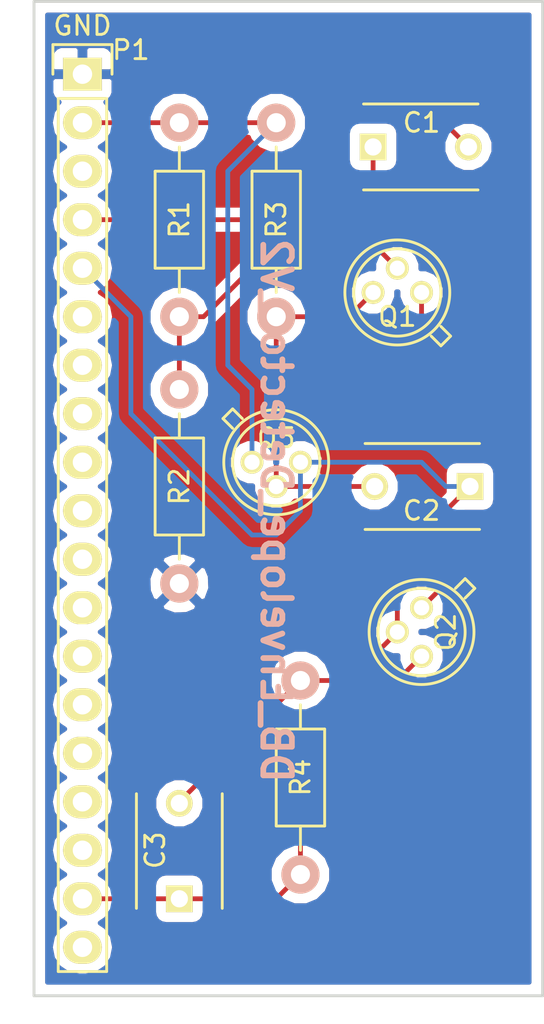
<source format=kicad_pcb>
(kicad_pcb (version 4) (host pcbnew 4.0.4+e1-6308~48~ubuntu16.04.1-stable)

  (general
    (links 20)
    (no_connects 0)
    (area 56.561667 65.964999 85.165001 119.82)
    (thickness 1.6)
    (drawings 5)
    (tracks 44)
    (zones 0)
    (modules 11)
    (nets 9)
  )

  (page A4)
  (layers
    (0 F.Cu signal)
    (31 B.Cu signal)
    (32 B.Adhes user)
    (33 F.Adhes user)
    (34 B.Paste user)
    (35 F.Paste user)
    (36 B.SilkS user)
    (37 F.SilkS user)
    (38 B.Mask user)
    (39 F.Mask user)
    (40 Dwgs.User user)
    (41 Cmts.User user)
    (42 Eco1.User user)
    (43 Eco2.User user)
    (44 Edge.Cuts user)
    (45 Margin user)
    (46 B.CrtYd user)
    (47 F.CrtYd user)
    (48 B.Fab user)
    (49 F.Fab user)
  )

  (setup
    (last_trace_width 0.25)
    (trace_clearance 0.2)
    (zone_clearance 0.508)
    (zone_45_only no)
    (trace_min 0.2)
    (segment_width 0.2)
    (edge_width 0.15)
    (via_size 0.6)
    (via_drill 0.4)
    (via_min_size 0.4)
    (via_min_drill 0.3)
    (uvia_size 0.3)
    (uvia_drill 0.1)
    (uvias_allowed no)
    (uvia_min_size 0.2)
    (uvia_min_drill 0.1)
    (pcb_text_width 0.3)
    (pcb_text_size 1.5 1.5)
    (mod_edge_width 0.15)
    (mod_text_size 1 1)
    (mod_text_width 0.15)
    (pad_size 1.524 1.524)
    (pad_drill 0.762)
    (pad_to_mask_clearance 0.2)
    (aux_axis_origin 0 0)
    (visible_elements 7FFFFFFF)
    (pcbplotparams
      (layerselection 0x010f0_80000001)
      (usegerberextensions true)
      (excludeedgelayer true)
      (linewidth 0.100000)
      (plotframeref false)
      (viasonmask false)
      (mode 1)
      (useauxorigin false)
      (hpglpennumber 1)
      (hpglpenspeed 20)
      (hpglpendiameter 15)
      (hpglpenoverlay 2)
      (psnegative false)
      (psa4output false)
      (plotreference true)
      (plotvalue true)
      (plotinvisibletext false)
      (padsonsilk false)
      (subtractmaskfromsilk false)
      (outputformat 1)
      (mirror false)
      (drillshape 0)
      (scaleselection 1)
      (outputdirectory ../gerber/))
  )

  (net 0 "")
  (net 1 "Net-(C1-Pad1)")
  (net 2 "Net-(C1-Pad2)")
  (net 3 "Net-(C2-Pad1)")
  (net 4 "Net-(C2-Pad2)")
  (net 5 "Net-(C3-Pad1)")
  (net 6 GND)
  (net 7 "Net-(P1-Pad2)")
  (net 8 "Net-(Q1-Pad1)")

  (net_class Default "This is the default net class."
    (clearance 0.2)
    (trace_width 0.25)
    (via_dia 0.6)
    (via_drill 0.4)
    (uvia_dia 0.3)
    (uvia_drill 0.1)
    (add_net GND)
    (add_net "Net-(C1-Pad1)")
    (add_net "Net-(C1-Pad2)")
    (add_net "Net-(C2-Pad1)")
    (add_net "Net-(C2-Pad2)")
    (add_net "Net-(C3-Pad1)")
    (add_net "Net-(P1-Pad2)")
    (add_net "Net-(Q1-Pad1)")
  )

  (module Capacitors_ThroughHole:C_Disc_D6_P5 placed (layer F.Cu) (tedit 57B46164) (tstamp 57AC84CE)
    (at 66.04 113.03 90)
    (descr "Capacitor 6mm Disc, Pitch 5mm")
    (tags Capacitor)
    (path /576C0CD3)
    (fp_text reference C3 (at 2.54 -1.27 90) (layer F.SilkS)
      (effects (font (size 1 1) (thickness 0.15)))
    )
    (fp_text value 33nF (at 2.54 1.27 90) (layer F.Fab)
      (effects (font (size 1 1) (thickness 0.15)))
    )
    (fp_line (start -0.95 -2.5) (end 5.95 -2.5) (layer F.CrtYd) (width 0.05))
    (fp_line (start 5.95 -2.5) (end 5.95 2.5) (layer F.CrtYd) (width 0.05))
    (fp_line (start 5.95 2.5) (end -0.95 2.5) (layer F.CrtYd) (width 0.05))
    (fp_line (start -0.95 2.5) (end -0.95 -2.5) (layer F.CrtYd) (width 0.05))
    (fp_line (start -0.5 -2.25) (end 5.5 -2.25) (layer F.SilkS) (width 0.15))
    (fp_line (start 5.5 2.25) (end -0.5 2.25) (layer F.SilkS) (width 0.15))
    (pad 1 thru_hole rect (at 0 0 90) (size 1.4 1.4) (drill 0.9) (layers *.Cu *.Mask F.SilkS)
      (net 5 "Net-(C3-Pad1)"))
    (pad 2 thru_hole circle (at 5 0 90) (size 1.4 1.4) (drill 0.9) (layers *.Cu *.Mask F.SilkS)
      (net 3 "Net-(C2-Pad1)"))
    (model Capacitors_ThroughHole.3dshapes/C_Disc_D6_P5.wrl
      (at (xyz 0.0984252 0 0))
      (scale (xyz 1 1 1))
      (rotate (xyz 0 0 0))
    )
  )

  (module Resistors_ThroughHole:Resistor_Horizontal_RM10mm (layer F.Cu) (tedit 580DDD9E) (tstamp 57AC8514)
    (at 72.39 101.6 270)
    (descr "Resistor, Axial,  RM 10mm, 1/3W")
    (tags "Resistor Axial RM 10mm 1/3W")
    (path /576C04FC)
    (fp_text reference R4 (at 5.08 0 270) (layer F.SilkS)
      (effects (font (size 1 1) (thickness 0.15)))
    )
    (fp_text value 330 (at 5.08 1.905 270) (layer F.Fab)
      (effects (font (size 1 1) (thickness 0.15)))
    )
    (fp_line (start -1.25 -1.5) (end 11.4 -1.5) (layer F.CrtYd) (width 0.05))
    (fp_line (start -1.25 1.5) (end -1.25 -1.5) (layer F.CrtYd) (width 0.05))
    (fp_line (start 11.4 -1.5) (end 11.4 1.5) (layer F.CrtYd) (width 0.05))
    (fp_line (start -1.25 1.5) (end 11.4 1.5) (layer F.CrtYd) (width 0.05))
    (fp_line (start 2.54 -1.27) (end 7.62 -1.27) (layer F.SilkS) (width 0.15))
    (fp_line (start 7.62 -1.27) (end 7.62 1.27) (layer F.SilkS) (width 0.15))
    (fp_line (start 7.62 1.27) (end 2.54 1.27) (layer F.SilkS) (width 0.15))
    (fp_line (start 2.54 1.27) (end 2.54 -1.27) (layer F.SilkS) (width 0.15))
    (fp_line (start 2.54 0) (end 1.27 0) (layer F.SilkS) (width 0.15))
    (fp_line (start 7.62 0) (end 8.89 0) (layer F.SilkS) (width 0.15))
    (pad 1 thru_hole circle (at 0 0 270) (size 1.99898 1.99898) (drill 1.00076) (layers *.Cu *.SilkS *.Mask)
      (net 3 "Net-(C2-Pad1)"))
    (pad 2 thru_hole circle (at 10.16 0 270) (size 1.99898 1.99898) (drill 1.00076) (layers *.Cu *.SilkS *.Mask)
      (net 5 "Net-(C3-Pad1)"))
    (model Resistors_ThroughHole.3dshapes/Resistor_Horizontal_RM10mm.wrl
      (at (xyz 0.2 0 0))
      (scale (xyz 0.4 0.4 0.4))
      (rotate (xyz 0 0 0))
    )
  )

  (module TO_SOT_Packages_THT:TO-18_3Pin (layer F.Cu) (tedit 580DDDA3) (tstamp 57B43EE9)
    (at 78.74 99.06 90)
    (descr "TO-18, 3Pin,")
    (tags "TO-18, 3Pin,")
    (path /57B44946)
    (fp_text reference Q2 (at 0 1.27 90) (layer F.SilkS)
      (effects (font (size 1 1) (thickness 0.15)))
    )
    (fp_text value 2N2907 (at 0 3.81 90) (layer F.Fab)
      (effects (font (size 1 1) (thickness 0.15)))
    )
    (fp_line (start 2.794 2.286) (end 2.286 1.778) (layer F.SilkS) (width 0.15))
    (fp_line (start 1.778 2.286) (end 2.286 2.794) (layer F.SilkS) (width 0.15))
    (fp_line (start 2.286 2.794) (end 2.794 2.286) (layer F.SilkS) (width 0.15))
    (fp_circle (center 0 0) (end 2.286 0) (layer F.SilkS) (width 0.15))
    (fp_circle (center 0 0) (end 2.75 0) (layer F.SilkS) (width 0.15))
    (pad 1 thru_hole circle (at 1.27 0 90) (size 1.2 1.2) (drill 0.8) (layers *.Cu *.Mask F.SilkS)
      (net 8 "Net-(Q1-Pad1)"))
    (pad 2 thru_hole circle (at 0 -1.27 90) (size 1.2 1.2) (drill 0.8) (layers *.Cu *.Mask F.SilkS)
      (net 3 "Net-(C2-Pad1)"))
    (pad 3 thru_hole circle (at -1.27 0 90) (size 1.2 1.2) (drill 0.8) (layers *.Cu *.Mask F.SilkS)
      (net 5 "Net-(C3-Pad1)"))
    (model TO_SOT_Packages_THT.3dshapes/TO-18_3Pin.wrl
      (at (xyz 0 0 0))
      (scale (xyz 0.3937 0.3937 0.3937))
      (rotate (xyz 0 0 0))
    )
  )

  (module TO_SOT_Packages_THT:TO-18_3Pin (layer F.Cu) (tedit 580DDDAF) (tstamp 57B43EF0)
    (at 71.12 90.17 180)
    (descr "TO-18, 3Pin,")
    (tags "TO-18, 3Pin,")
    (path /57B44A85)
    (fp_text reference Q3 (at 0 1.27 180) (layer F.SilkS)
      (effects (font (size 1 1) (thickness 0.15)))
    )
    (fp_text value 2N2907 (at 0 3.81 180) (layer F.Fab)
      (effects (font (size 1 1) (thickness 0.15)))
    )
    (fp_line (start 2.794 2.286) (end 2.286 1.778) (layer F.SilkS) (width 0.15))
    (fp_line (start 1.778 2.286) (end 2.286 2.794) (layer F.SilkS) (width 0.15))
    (fp_line (start 2.286 2.794) (end 2.794 2.286) (layer F.SilkS) (width 0.15))
    (fp_circle (center 0 0) (end 2.286 0) (layer F.SilkS) (width 0.15))
    (fp_circle (center 0 0) (end 2.75 0) (layer F.SilkS) (width 0.15))
    (pad 1 thru_hole circle (at 1.27 0 180) (size 1.2 1.2) (drill 0.8) (layers *.Cu *.Mask F.SilkS)
      (net 7 "Net-(P1-Pad2)"))
    (pad 2 thru_hole circle (at 0 -1.27 180) (size 1.2 1.2) (drill 0.8) (layers *.Cu *.Mask F.SilkS)
      (net 4 "Net-(C2-Pad2)"))
    (pad 3 thru_hole circle (at -1.27 0 180) (size 1.2 1.2) (drill 0.8) (layers *.Cu *.Mask F.SilkS)
      (net 3 "Net-(C2-Pad1)"))
    (model TO_SOT_Packages_THT.3dshapes/TO-18_3Pin.wrl
      (at (xyz 0 0 0))
      (scale (xyz 0.3937 0.3937 0.3937))
      (rotate (xyz 0 0 0))
    )
  )

  (module Capacitors_ThroughHole:C_Disc_D6_P5 placed (layer F.Cu) (tedit 57B46122) (tstamp 57AC84C8)
    (at 81.28 91.44 180)
    (descr "Capacitor 6mm Disc, Pitch 5mm")
    (tags Capacitor)
    (path /576C09D3)
    (fp_text reference C2 (at 2.54 -1.27 180) (layer F.SilkS)
      (effects (font (size 1 1) (thickness 0.15)))
    )
    (fp_text value 1nF (at 2.54 1.27 180) (layer F.Fab)
      (effects (font (size 1 1) (thickness 0.15)))
    )
    (fp_line (start -0.95 -2.5) (end 5.95 -2.5) (layer F.CrtYd) (width 0.05))
    (fp_line (start 5.95 -2.5) (end 5.95 2.5) (layer F.CrtYd) (width 0.05))
    (fp_line (start 5.95 2.5) (end -0.95 2.5) (layer F.CrtYd) (width 0.05))
    (fp_line (start -0.95 2.5) (end -0.95 -2.5) (layer F.CrtYd) (width 0.05))
    (fp_line (start -0.5 -2.25) (end 5.5 -2.25) (layer F.SilkS) (width 0.15))
    (fp_line (start 5.5 2.25) (end -0.5 2.25) (layer F.SilkS) (width 0.15))
    (pad 1 thru_hole rect (at 0 0 180) (size 1.4 1.4) (drill 0.9) (layers *.Cu *.Mask F.SilkS)
      (net 3 "Net-(C2-Pad1)"))
    (pad 2 thru_hole circle (at 5 0 180) (size 1.4 1.4) (drill 0.9) (layers *.Cu *.Mask F.SilkS)
      (net 4 "Net-(C2-Pad2)"))
    (model Capacitors_ThroughHole.3dshapes/C_Disc_D6_P5.wrl
      (at (xyz 0.0984252 0 0))
      (scale (xyz 1 1 1))
      (rotate (xyz 0 0 0))
    )
  )

  (module TO_SOT_Packages_THT:TO-18_3Pin (layer F.Cu) (tedit 580DDDBC) (tstamp 57B43EE2)
    (at 77.47 81.28)
    (descr "TO-18, 3Pin,")
    (tags "TO-18, 3Pin,")
    (path /57B448C8)
    (fp_text reference Q1 (at 0 1.27) (layer F.SilkS)
      (effects (font (size 1 1) (thickness 0.15)))
    )
    (fp_text value 2N2222 (at 0 3.81) (layer F.Fab)
      (effects (font (size 1 1) (thickness 0.15)))
    )
    (fp_line (start 2.794 2.286) (end 2.286 1.778) (layer F.SilkS) (width 0.15))
    (fp_line (start 1.778 2.286) (end 2.286 2.794) (layer F.SilkS) (width 0.15))
    (fp_line (start 2.286 2.794) (end 2.794 2.286) (layer F.SilkS) (width 0.15))
    (fp_circle (center 0 0) (end 2.286 0) (layer F.SilkS) (width 0.15))
    (fp_circle (center 0 0) (end 2.75 0) (layer F.SilkS) (width 0.15))
    (pad 1 thru_hole circle (at 1.27 0) (size 1.2 1.2) (drill 0.8) (layers *.Cu *.Mask F.SilkS)
      (net 8 "Net-(Q1-Pad1)"))
    (pad 2 thru_hole circle (at 0 -1.27) (size 1.2 1.2) (drill 0.8) (layers *.Cu *.Mask F.SilkS)
      (net 1 "Net-(C1-Pad1)"))
    (pad 3 thru_hole circle (at -1.27 0) (size 1.2 1.2) (drill 0.8) (layers *.Cu *.Mask F.SilkS)
      (net 4 "Net-(C2-Pad2)"))
    (model TO_SOT_Packages_THT.3dshapes/TO-18_3Pin.wrl
      (at (xyz 0 0 0))
      (scale (xyz 0.3937 0.3937 0.3937))
      (rotate (xyz 0 0 0))
    )
  )

  (module Resistors_ThroughHole:Resistor_Horizontal_RM10mm (layer F.Cu) (tedit 580DDDAA) (tstamp 57AC8508)
    (at 66.04 86.36 270)
    (descr "Resistor, Axial,  RM 10mm, 1/3W")
    (tags "Resistor Axial RM 10mm 1/3W")
    (path /576BE218)
    (fp_text reference R2 (at 5.08 0 270) (layer F.SilkS)
      (effects (font (size 1 1) (thickness 0.15)))
    )
    (fp_text value 1000 (at 5.08 1.905 270) (layer F.Fab)
      (effects (font (size 1 1) (thickness 0.15)))
    )
    (fp_line (start -1.25 -1.5) (end 11.4 -1.5) (layer F.CrtYd) (width 0.05))
    (fp_line (start -1.25 1.5) (end -1.25 -1.5) (layer F.CrtYd) (width 0.05))
    (fp_line (start 11.4 -1.5) (end 11.4 1.5) (layer F.CrtYd) (width 0.05))
    (fp_line (start -1.25 1.5) (end 11.4 1.5) (layer F.CrtYd) (width 0.05))
    (fp_line (start 2.54 -1.27) (end 7.62 -1.27) (layer F.SilkS) (width 0.15))
    (fp_line (start 7.62 -1.27) (end 7.62 1.27) (layer F.SilkS) (width 0.15))
    (fp_line (start 7.62 1.27) (end 2.54 1.27) (layer F.SilkS) (width 0.15))
    (fp_line (start 2.54 1.27) (end 2.54 -1.27) (layer F.SilkS) (width 0.15))
    (fp_line (start 2.54 0) (end 1.27 0) (layer F.SilkS) (width 0.15))
    (fp_line (start 7.62 0) (end 8.89 0) (layer F.SilkS) (width 0.15))
    (pad 1 thru_hole circle (at 0 0 270) (size 1.99898 1.99898) (drill 1.00076) (layers *.Cu *.SilkS *.Mask)
      (net 1 "Net-(C1-Pad1)"))
    (pad 2 thru_hole circle (at 10.16 0 270) (size 1.99898 1.99898) (drill 1.00076) (layers *.Cu *.SilkS *.Mask)
      (net 6 GND))
    (model Resistors_ThroughHole.3dshapes/Resistor_Horizontal_RM10mm.wrl
      (at (xyz 0.2 0 0))
      (scale (xyz 0.4 0.4 0.4))
      (rotate (xyz 0 0 0))
    )
  )

  (module Capacitors_ThroughHole:C_Disc_D6_P5 placed (layer F.Cu) (tedit 57B460D4) (tstamp 57AC84C2)
    (at 76.2 73.66)
    (descr "Capacitor 6mm Disc, Pitch 5mm")
    (tags Capacitor)
    (path /576BDEE5)
    (fp_text reference C1 (at 2.54 -1.27) (layer F.SilkS)
      (effects (font (size 1 1) (thickness 0.15)))
    )
    (fp_text value 10nF (at 2.54 1.27) (layer F.Fab)
      (effects (font (size 1 1) (thickness 0.15)))
    )
    (fp_line (start -0.95 -2.5) (end 5.95 -2.5) (layer F.CrtYd) (width 0.05))
    (fp_line (start 5.95 -2.5) (end 5.95 2.5) (layer F.CrtYd) (width 0.05))
    (fp_line (start 5.95 2.5) (end -0.95 2.5) (layer F.CrtYd) (width 0.05))
    (fp_line (start -0.95 2.5) (end -0.95 -2.5) (layer F.CrtYd) (width 0.05))
    (fp_line (start -0.5 -2.25) (end 5.5 -2.25) (layer F.SilkS) (width 0.15))
    (fp_line (start 5.5 2.25) (end -0.5 2.25) (layer F.SilkS) (width 0.15))
    (pad 1 thru_hole rect (at 0 0) (size 1.4 1.4) (drill 0.9) (layers *.Cu *.Mask F.SilkS)
      (net 1 "Net-(C1-Pad1)"))
    (pad 2 thru_hole circle (at 5 0) (size 1.4 1.4) (drill 0.9) (layers *.Cu *.Mask F.SilkS)
      (net 2 "Net-(C1-Pad2)"))
    (model Capacitors_ThroughHole.3dshapes/C_Disc_D6_P5.wrl
      (at (xyz 0.0984252 0 0))
      (scale (xyz 1 1 1))
      (rotate (xyz 0 0 0))
    )
  )

  (module Resistors_ThroughHole:Resistor_Horizontal_RM10mm (layer F.Cu) (tedit 580DDDB5) (tstamp 57AC8502)
    (at 66.04 72.39 270)
    (descr "Resistor, Axial,  RM 10mm, 1/3W")
    (tags "Resistor Axial RM 10mm 1/3W")
    (path /576BD976)
    (fp_text reference R1 (at 5.08 0 270) (layer F.SilkS)
      (effects (font (size 1 1) (thickness 0.15)))
    )
    (fp_text value 2800 (at 5.08 1.905 270) (layer F.Fab)
      (effects (font (size 1 1) (thickness 0.15)))
    )
    (fp_line (start -1.25 -1.5) (end 11.4 -1.5) (layer F.CrtYd) (width 0.05))
    (fp_line (start -1.25 1.5) (end -1.25 -1.5) (layer F.CrtYd) (width 0.05))
    (fp_line (start 11.4 -1.5) (end 11.4 1.5) (layer F.CrtYd) (width 0.05))
    (fp_line (start -1.25 1.5) (end 11.4 1.5) (layer F.CrtYd) (width 0.05))
    (fp_line (start 2.54 -1.27) (end 7.62 -1.27) (layer F.SilkS) (width 0.15))
    (fp_line (start 7.62 -1.27) (end 7.62 1.27) (layer F.SilkS) (width 0.15))
    (fp_line (start 7.62 1.27) (end 2.54 1.27) (layer F.SilkS) (width 0.15))
    (fp_line (start 2.54 1.27) (end 2.54 -1.27) (layer F.SilkS) (width 0.15))
    (fp_line (start 2.54 0) (end 1.27 0) (layer F.SilkS) (width 0.15))
    (fp_line (start 7.62 0) (end 8.89 0) (layer F.SilkS) (width 0.15))
    (pad 1 thru_hole circle (at 0 0 270) (size 1.99898 1.99898) (drill 1.00076) (layers *.Cu *.SilkS *.Mask)
      (net 7 "Net-(P1-Pad2)"))
    (pad 2 thru_hole circle (at 10.16 0 270) (size 1.99898 1.99898) (drill 1.00076) (layers *.Cu *.SilkS *.Mask)
      (net 1 "Net-(C1-Pad1)"))
    (model Resistors_ThroughHole.3dshapes/Resistor_Horizontal_RM10mm.wrl
      (at (xyz 0.2 0 0))
      (scale (xyz 0.4 0.4 0.4))
      (rotate (xyz 0 0 0))
    )
  )

  (module Resistors_ThroughHole:Resistor_Horizontal_RM10mm (layer F.Cu) (tedit 580DDDB8) (tstamp 57AC850E)
    (at 71.12 72.39 270)
    (descr "Resistor, Axial,  RM 10mm, 1/3W")
    (tags "Resistor Axial RM 10mm 1/3W")
    (path /576BE62A)
    (fp_text reference R3 (at 5.08 0 270) (layer F.SilkS)
      (effects (font (size 1 1) (thickness 0.15)))
    )
    (fp_text value 330 (at 5.08 1.905 270) (layer F.Fab)
      (effects (font (size 1 1) (thickness 0.15)))
    )
    (fp_line (start -1.25 -1.5) (end 11.4 -1.5) (layer F.CrtYd) (width 0.05))
    (fp_line (start -1.25 1.5) (end -1.25 -1.5) (layer F.CrtYd) (width 0.05))
    (fp_line (start 11.4 -1.5) (end 11.4 1.5) (layer F.CrtYd) (width 0.05))
    (fp_line (start -1.25 1.5) (end 11.4 1.5) (layer F.CrtYd) (width 0.05))
    (fp_line (start 2.54 -1.27) (end 7.62 -1.27) (layer F.SilkS) (width 0.15))
    (fp_line (start 7.62 -1.27) (end 7.62 1.27) (layer F.SilkS) (width 0.15))
    (fp_line (start 7.62 1.27) (end 2.54 1.27) (layer F.SilkS) (width 0.15))
    (fp_line (start 2.54 1.27) (end 2.54 -1.27) (layer F.SilkS) (width 0.15))
    (fp_line (start 2.54 0) (end 1.27 0) (layer F.SilkS) (width 0.15))
    (fp_line (start 7.62 0) (end 8.89 0) (layer F.SilkS) (width 0.15))
    (pad 1 thru_hole circle (at 0 0 270) (size 1.99898 1.99898) (drill 1.00076) (layers *.Cu *.SilkS *.Mask)
      (net 7 "Net-(P1-Pad2)"))
    (pad 2 thru_hole circle (at 10.16 0 270) (size 1.99898 1.99898) (drill 1.00076) (layers *.Cu *.SilkS *.Mask)
      (net 4 "Net-(C2-Pad2)"))
    (model Resistors_ThroughHole.3dshapes/Resistor_Horizontal_RM10mm.wrl
      (at (xyz 0.2 0 0))
      (scale (xyz 0.4 0.4 0.4))
      (rotate (xyz 0 0 0))
    )
  )

  (module Echopen:Header_pin_angled_1x19 (layer F.Cu) (tedit 57BC6C3C) (tstamp 57BC6B7B)
    (at 60.96 92.71)
    (descr "Through hole socket strip")
    (tags "socket strip")
    (path /57A85C38)
    (fp_text reference P1 (at 2.54 -24.13) (layer F.SilkS)
      (effects (font (size 1 1) (thickness 0.15)))
    )
    (fp_text value CONN_01X19 (at 0.635 26.035) (layer F.Fab)
      (effects (font (size 1 1) (thickness 0.15)))
    )
    (fp_text user GND (at 0 -25.4) (layer F.SilkS)
      (effects (font (size 1 1) (thickness 0.15)))
    )
    (fp_line (start 1.75 -24.61) (end -1.75 -24.61) (layer F.CrtYd) (width 0.05))
    (fp_line (start 1.75 24.64) (end -1.75 24.64) (layer F.CrtYd) (width 0.05))
    (fp_line (start 1.75 -24.61) (end 1.75 24.64) (layer F.CrtYd) (width 0.05))
    (fp_line (start -1.75 -24.61) (end -1.75 24.64) (layer F.CrtYd) (width 0.05))
    (fp_line (start -1.27 -21.59) (end -1.27 24.13) (layer F.SilkS) (width 0.15))
    (fp_line (start -1.27 24.13) (end 1.27 24.13) (layer F.SilkS) (width 0.15))
    (fp_line (start 1.27 24.13) (end 1.27 -21.59) (layer F.SilkS) (width 0.15))
    (fp_line (start -1.55 -24.41) (end -1.55 -22.86) (layer F.SilkS) (width 0.15))
    (fp_line (start -1.27 -21.59) (end 1.27 -21.59) (layer F.SilkS) (width 0.15))
    (fp_line (start 1.55 -22.86) (end 1.55 -24.41) (layer F.SilkS) (width 0.15))
    (fp_line (start 1.55 -24.41) (end -1.55 -24.41) (layer F.SilkS) (width 0.15))
    (pad 1 thru_hole rect (at 0 -22.86 270) (size 1.7272 2.032) (drill 1.016) (layers *.Cu *.Mask F.SilkS)
      (net 6 GND))
    (pad 2 thru_hole oval (at 0 -20.32 270) (size 1.7272 2.032) (drill 1.016) (layers *.Cu *.Mask F.SilkS)
      (net 7 "Net-(P1-Pad2)"))
    (pad 3 thru_hole oval (at 0 -17.78 270) (size 1.7272 2.032) (drill 1.016) (layers *.Cu *.Mask F.SilkS))
    (pad 4 thru_hole oval (at 0 -15.24 270) (size 1.7272 2.032) (drill 1.016) (layers *.Cu *.Mask F.SilkS)
      (net 2 "Net-(C1-Pad2)"))
    (pad 5 thru_hole oval (at 0 -12.7 270) (size 1.7272 2.032) (drill 1.016) (layers *.Cu *.Mask F.SilkS)
      (net 3 "Net-(C2-Pad1)"))
    (pad 6 thru_hole oval (at 0 -10.16 270) (size 1.7272 2.032) (drill 1.016) (layers *.Cu *.Mask F.SilkS))
    (pad 7 thru_hole oval (at 0 -7.62 270) (size 1.7272 2.032) (drill 1.016) (layers *.Cu *.Mask F.SilkS))
    (pad 8 thru_hole oval (at 0 -5.08 270) (size 1.7272 2.032) (drill 1.016) (layers *.Cu *.Mask F.SilkS))
    (pad 9 thru_hole oval (at 0 -2.54 270) (size 1.7272 2.032) (drill 1.016) (layers *.Cu *.Mask F.SilkS))
    (pad 10 thru_hole oval (at 0 0 270) (size 1.7272 2.032) (drill 1.016) (layers *.Cu *.Mask F.SilkS))
    (pad 11 thru_hole oval (at 0 2.54 270) (size 1.7272 2.032) (drill 1.016) (layers *.Cu *.Mask F.SilkS))
    (pad 12 thru_hole oval (at 0 5.08 270) (size 1.7272 2.032) (drill 1.016) (layers *.Cu *.Mask F.SilkS))
    (pad 13 thru_hole oval (at 0 7.62 270) (size 1.7272 2.032) (drill 1.016) (layers *.Cu *.Mask F.SilkS))
    (pad 14 thru_hole oval (at 0 10.16 270) (size 1.7272 2.032) (drill 1.016) (layers *.Cu *.Mask F.SilkS))
    (pad 15 thru_hole oval (at 0 12.7 270) (size 1.7272 2.032) (drill 1.016) (layers *.Cu *.Mask F.SilkS))
    (pad 16 thru_hole oval (at 0 15.24 270) (size 1.7272 2.032) (drill 1.016) (layers *.Cu *.Mask F.SilkS))
    (pad 17 thru_hole oval (at 0 17.78 270) (size 1.7272 2.032) (drill 1.016) (layers *.Cu *.Mask F.SilkS))
    (pad 18 thru_hole oval (at 0 20.32 270) (size 1.7272 2.032) (drill 1.016) (layers *.Cu *.Mask F.SilkS)
      (net 5 "Net-(C3-Pad1)"))
    (pad 19 thru_hole oval (at 0 22.86 270) (size 1.7272 2.032) (drill 1.016) (layers *.Cu *.Mask F.SilkS))
    (model Pin_Headers.3dshapes/Pin_Header_Angled_1x19.wrl
      (at (xyz 0 0 0))
      (scale (xyz 1 1 1))
      (rotate (xyz 0 0 -90))
    )
  )

  (gr_text DB_Envelope_Detector_V2 (at 71.12 92.71 270) (layer B.SilkS)
    (effects (font (size 1.5 1.5) (thickness 0.3)) (justify mirror))
  )
  (gr_line (start 85.09 66.04) (end 58.42 66.04) (angle 90) (layer Edge.Cuts) (width 0.15))
  (gr_line (start 85.09 118.11) (end 85.09 66.04) (angle 90) (layer Edge.Cuts) (width 0.15))
  (gr_line (start 58.42 118.11) (end 85.09 118.11) (angle 90) (layer Edge.Cuts) (width 0.15))
  (gr_line (start 58.42 66.04) (end 58.42 118.11) (angle 90) (layer Edge.Cuts) (width 0.15))

  (segment (start 66.04 86.36) (end 66.04 82.55) (width 0.25) (layer F.Cu) (net 1) (status 30))
  (segment (start 66.04 82.55) (end 67.31 82.55) (width 0.25) (layer F.Cu) (net 1) (status 10))
  (segment (start 71.12 78.74) (end 76.2 78.74) (width 0.25) (layer F.Cu) (net 1) (tstamp 57B44095))
  (segment (start 67.31 82.55) (end 71.12 78.74) (width 0.25) (layer F.Cu) (net 1) (tstamp 57B44093))
  (segment (start 76.2 73.66) (end 76.2 78.74) (width 0.25) (layer F.Cu) (net 1) (status 10))
  (segment (start 76.2 78.74) (end 77.47 80.01) (width 0.25) (layer F.Cu) (net 1) (tstamp 57B4408B) (status 20))
  (segment (start 60.96 77.47) (end 69.85 77.47) (width 0.25) (layer F.Cu) (net 2))
  (segment (start 78.66 71.12) (end 81.2 73.66) (width 0.25) (layer F.Cu) (net 2) (tstamp 57BC6BF4))
  (segment (start 76.2 71.12) (end 78.66 71.12) (width 0.25) (layer F.Cu) (net 2) (tstamp 57BC6BF2))
  (segment (start 69.85 77.47) (end 76.2 71.12) (width 0.25) (layer F.Cu) (net 2) (tstamp 57BC6BEE))
  (segment (start 72.39 90.17) (end 72.39 92.71) (width 0.25) (layer B.Cu) (net 3) (status 10))
  (segment (start 63.5 82.55) (end 60.96 80.01) (width 0.25) (layer B.Cu) (net 3) (tstamp 57BB360C) (status 20))
  (segment (start 63.5 87.63) (end 63.5 82.55) (width 0.25) (layer B.Cu) (net 3) (tstamp 57BB360B))
  (segment (start 69.85 93.98) (end 63.5 87.63) (width 0.25) (layer B.Cu) (net 3) (tstamp 57BB3609))
  (segment (start 71.12 93.98) (end 69.85 93.98) (width 0.25) (layer B.Cu) (net 3) (tstamp 57BB3606))
  (segment (start 72.39 92.71) (end 71.12 93.98) (width 0.25) (layer B.Cu) (net 3) (tstamp 57BB3605))
  (segment (start 72.39 90.17) (end 78.74 90.17) (width 0.25) (layer B.Cu) (net 3) (status 10))
  (segment (start 80.01 91.44) (end 81.28 91.44) (width 0.25) (layer B.Cu) (net 3) (tstamp 57B44135) (status 20))
  (segment (start 78.74 90.17) (end 80.01 91.44) (width 0.25) (layer B.Cu) (net 3) (tstamp 57B44134))
  (segment (start 66.04 108.03) (end 66.04 107.95) (width 0.25) (layer F.Cu) (net 3) (status 30))
  (segment (start 66.04 107.95) (end 72.39 101.6) (width 0.25) (layer F.Cu) (net 3) (tstamp 57B44107) (status 30))
  (segment (start 72.39 101.6) (end 74.93 101.6) (width 0.25) (layer F.Cu) (net 3) (status 10))
  (segment (start 74.93 101.6) (end 77.47 99.06) (width 0.25) (layer F.Cu) (net 3) (tstamp 57B440FB) (status 20))
  (segment (start 77.47 99.06) (end 77.47 95.25) (width 0.25) (layer F.Cu) (net 3) (status 10))
  (segment (start 77.47 95.25) (end 81.28 91.44) (width 0.25) (layer F.Cu) (net 3) (tstamp 57B440F7) (status 20))
  (segment (start 71.12 91.44) (end 71.12 82.55) (width 0.25) (layer F.Cu) (net 4) (status 30))
  (segment (start 71.12 91.44) (end 76.28 91.44) (width 0.25) (layer F.Cu) (net 4) (status 30))
  (segment (start 71.12 82.55) (end 74.93 82.55) (width 0.25) (layer F.Cu) (net 4) (status 10))
  (segment (start 74.93 82.55) (end 76.2 81.28) (width 0.25) (layer F.Cu) (net 4) (tstamp 57B4408F) (status 20))
  (segment (start 60.96 113.03) (end 66.04 113.03) (width 0.25) (layer F.Cu) (net 5) (status 30))
  (segment (start 66.04 113.03) (end 71.12 113.03) (width 0.25) (layer F.Cu) (net 5) (status 10))
  (segment (start 71.12 113.03) (end 72.39 111.76) (width 0.25) (layer F.Cu) (net 5) (tstamp 57B44103) (status 20))
  (segment (start 72.39 111.76) (end 72.39 106.68) (width 0.25) (layer F.Cu) (net 5) (status 10))
  (segment (start 72.39 106.68) (end 78.74 100.33) (width 0.25) (layer F.Cu) (net 5) (tstamp 57B440FF) (status 20))
  (segment (start 60.96 72.39) (end 66.04 72.39) (width 0.25) (layer F.Cu) (net 7) (status 30))
  (segment (start 69.85 90.17) (end 69.85 86.36) (width 0.25) (layer B.Cu) (net 7) (status 10))
  (segment (start 68.58 74.93) (end 71.12 72.39) (width 0.25) (layer B.Cu) (net 7) (tstamp 57B440D1) (status 20))
  (segment (start 68.58 85.09) (end 68.58 74.93) (width 0.25) (layer B.Cu) (net 7) (tstamp 57B440CE))
  (segment (start 69.85 86.36) (end 68.58 85.09) (width 0.25) (layer B.Cu) (net 7) (tstamp 57B440CA))
  (segment (start 66.04 72.39) (end 71.12 72.39) (width 0.25) (layer F.Cu) (net 7) (status 30))
  (segment (start 78.74 81.28) (end 78.74 83.82) (width 0.25) (layer F.Cu) (net 8) (status 10))
  (segment (start 83.82 92.71) (end 78.74 97.79) (width 0.25) (layer F.Cu) (net 8) (tstamp 57B440E9) (status 20))
  (segment (start 83.82 88.9) (end 83.82 92.71) (width 0.25) (layer F.Cu) (net 8) (tstamp 57B440E6))
  (segment (start 78.74 83.82) (end 83.82 88.9) (width 0.25) (layer F.Cu) (net 8) (tstamp 57B440E3))

  (zone (net 6) (net_name GND) (layer F.Cu) (tstamp 57BC6C44) (hatch edge 0.508)
    (connect_pads (clearance 0.508))
    (min_thickness 0.254)
    (fill yes (arc_segments 16) (thermal_gap 0.508) (thermal_bridge_width 0.508))
    (polygon
      (pts
        (xy 85.09 118.11) (xy 58.42 118.11) (xy 58.42 66.04) (xy 85.09 66.04)
      )
    )
    (filled_polygon
      (pts
        (xy 84.38 88.396421) (xy 84.357401 88.362599) (xy 79.5 83.505198) (xy 79.5 82.266356) (xy 79.786371 81.980485)
        (xy 79.974785 81.526734) (xy 79.975214 81.035421) (xy 79.787592 80.581343) (xy 79.440485 80.233629) (xy 78.986734 80.045215)
        (xy 78.70497 80.044969) (xy 78.705214 79.765421) (xy 78.517592 79.311343) (xy 78.170485 78.963629) (xy 77.716734 78.775215)
        (xy 77.309662 78.77486) (xy 76.96 78.425198) (xy 76.96 74.99615) (xy 77.135317 74.963162) (xy 77.351441 74.82409)
        (xy 77.496431 74.61189) (xy 77.54744 74.36) (xy 77.54744 72.96) (xy 77.503162 72.724683) (xy 77.36409 72.508559)
        (xy 77.15189 72.363569) (xy 76.9 72.31256) (xy 76.082242 72.31256) (xy 76.514802 71.88) (xy 78.345198 71.88)
        (xy 79.865226 73.400028) (xy 79.864769 73.924383) (xy 80.067582 74.415229) (xy 80.442796 74.791098) (xy 80.933287 74.994768)
        (xy 81.464383 74.995231) (xy 81.955229 74.792418) (xy 82.331098 74.417204) (xy 82.534768 73.926713) (xy 82.535231 73.395617)
        (xy 82.332418 72.904771) (xy 81.957204 72.528902) (xy 81.466713 72.325232) (xy 80.939574 72.324772) (xy 79.197401 70.582599)
        (xy 78.950839 70.417852) (xy 78.66 70.36) (xy 76.2 70.36) (xy 75.909161 70.417852) (xy 75.662599 70.582599)
        (xy 69.535198 76.71) (xy 62.404648 76.71) (xy 62.204415 76.41033) (xy 61.889634 76.2) (xy 62.204415 75.98967)
        (xy 62.529271 75.503489) (xy 62.643345 74.93) (xy 62.529271 74.356511) (xy 62.204415 73.87033) (xy 61.889634 73.66)
        (xy 62.204415 73.44967) (xy 62.404648 73.15) (xy 64.585504 73.15) (xy 64.653538 73.314655) (xy 65.112927 73.774846)
        (xy 65.713453 74.024206) (xy 66.363694 74.024774) (xy 66.964655 73.776462) (xy 67.424846 73.317073) (xy 67.494221 73.15)
        (xy 69.665504 73.15) (xy 69.733538 73.314655) (xy 70.192927 73.774846) (xy 70.793453 74.024206) (xy 71.443694 74.024774)
        (xy 72.044655 73.776462) (xy 72.504846 73.317073) (xy 72.754206 72.716547) (xy 72.754774 72.066306) (xy 72.506462 71.465345)
        (xy 72.047073 71.005154) (xy 71.446547 70.755794) (xy 70.796306 70.755226) (xy 70.195345 71.003538) (xy 69.735154 71.462927)
        (xy 69.665779 71.63) (xy 67.494496 71.63) (xy 67.426462 71.465345) (xy 66.967073 71.005154) (xy 66.366547 70.755794)
        (xy 65.716306 70.755226) (xy 65.115345 71.003538) (xy 64.655154 71.462927) (xy 64.585779 71.63) (xy 62.404648 71.63)
        (xy 62.204415 71.33033) (xy 62.18222 71.3155) (xy 62.335699 71.251927) (xy 62.514327 71.073298) (xy 62.611 70.839909)
        (xy 62.611 70.13575) (xy 62.45225 69.977) (xy 61.087 69.977) (xy 61.087 69.997) (xy 60.833 69.997)
        (xy 60.833 69.977) (xy 59.46775 69.977) (xy 59.309 70.13575) (xy 59.309 70.839909) (xy 59.405673 71.073298)
        (xy 59.584301 71.251927) (xy 59.73778 71.3155) (xy 59.715585 71.33033) (xy 59.390729 71.816511) (xy 59.276655 72.39)
        (xy 59.390729 72.963489) (xy 59.715585 73.44967) (xy 60.030366 73.66) (xy 59.715585 73.87033) (xy 59.390729 74.356511)
        (xy 59.276655 74.93) (xy 59.390729 75.503489) (xy 59.715585 75.98967) (xy 60.030366 76.2) (xy 59.715585 76.41033)
        (xy 59.390729 76.896511) (xy 59.276655 77.47) (xy 59.390729 78.043489) (xy 59.715585 78.52967) (xy 60.030366 78.74)
        (xy 59.715585 78.95033) (xy 59.390729 79.436511) (xy 59.276655 80.01) (xy 59.390729 80.583489) (xy 59.715585 81.06967)
        (xy 60.030366 81.28) (xy 59.715585 81.49033) (xy 59.390729 81.976511) (xy 59.276655 82.55) (xy 59.390729 83.123489)
        (xy 59.715585 83.60967) (xy 60.030366 83.82) (xy 59.715585 84.03033) (xy 59.390729 84.516511) (xy 59.276655 85.09)
        (xy 59.390729 85.663489) (xy 59.715585 86.14967) (xy 60.030366 86.36) (xy 59.715585 86.57033) (xy 59.390729 87.056511)
        (xy 59.276655 87.63) (xy 59.390729 88.203489) (xy 59.715585 88.68967) (xy 60.030366 88.9) (xy 59.715585 89.11033)
        (xy 59.390729 89.596511) (xy 59.276655 90.17) (xy 59.390729 90.743489) (xy 59.715585 91.22967) (xy 60.030366 91.44)
        (xy 59.715585 91.65033) (xy 59.390729 92.136511) (xy 59.276655 92.71) (xy 59.390729 93.283489) (xy 59.715585 93.76967)
        (xy 60.030366 93.98) (xy 59.715585 94.19033) (xy 59.390729 94.676511) (xy 59.276655 95.25) (xy 59.390729 95.823489)
        (xy 59.715585 96.30967) (xy 60.030366 96.52) (xy 59.715585 96.73033) (xy 59.390729 97.216511) (xy 59.276655 97.79)
        (xy 59.390729 98.363489) (xy 59.715585 98.84967) (xy 60.030366 99.06) (xy 59.715585 99.27033) (xy 59.390729 99.756511)
        (xy 59.276655 100.33) (xy 59.390729 100.903489) (xy 59.715585 101.38967) (xy 60.030366 101.6) (xy 59.715585 101.81033)
        (xy 59.390729 102.296511) (xy 59.276655 102.87) (xy 59.390729 103.443489) (xy 59.715585 103.92967) (xy 60.030366 104.14)
        (xy 59.715585 104.35033) (xy 59.390729 104.836511) (xy 59.276655 105.41) (xy 59.390729 105.983489) (xy 59.715585 106.46967)
        (xy 60.030366 106.68) (xy 59.715585 106.89033) (xy 59.390729 107.376511) (xy 59.276655 107.95) (xy 59.390729 108.523489)
        (xy 59.715585 109.00967) (xy 60.030366 109.22) (xy 59.715585 109.43033) (xy 59.390729 109.916511) (xy 59.276655 110.49)
        (xy 59.390729 111.063489) (xy 59.715585 111.54967) (xy 60.030366 111.76) (xy 59.715585 111.97033) (xy 59.390729 112.456511)
        (xy 59.276655 113.03) (xy 59.390729 113.603489) (xy 59.715585 114.08967) (xy 60.030366 114.3) (xy 59.715585 114.51033)
        (xy 59.390729 114.996511) (xy 59.276655 115.57) (xy 59.390729 116.143489) (xy 59.715585 116.62967) (xy 60.201766 116.954526)
        (xy 60.775255 117.0686) (xy 61.144745 117.0686) (xy 61.718234 116.954526) (xy 62.204415 116.62967) (xy 62.529271 116.143489)
        (xy 62.643345 115.57) (xy 62.529271 114.996511) (xy 62.204415 114.51033) (xy 61.889634 114.3) (xy 62.204415 114.08967)
        (xy 62.404648 113.79) (xy 64.70385 113.79) (xy 64.736838 113.965317) (xy 64.87591 114.181441) (xy 65.08811 114.326431)
        (xy 65.34 114.37744) (xy 66.74 114.37744) (xy 66.975317 114.333162) (xy 67.191441 114.19409) (xy 67.336431 113.98189)
        (xy 67.37529 113.79) (xy 71.12 113.79) (xy 71.410839 113.732148) (xy 71.657401 113.567401) (xy 71.898917 113.325885)
        (xy 72.063453 113.394206) (xy 72.713694 113.394774) (xy 73.314655 113.146462) (xy 73.774846 112.687073) (xy 74.024206 112.086547)
        (xy 74.024774 111.436306) (xy 73.776462 110.835345) (xy 73.317073 110.375154) (xy 73.15 110.305779) (xy 73.15 106.994802)
        (xy 78.579941 101.564861) (xy 78.984579 101.565214) (xy 79.438657 101.377592) (xy 79.786371 101.030485) (xy 79.974785 100.576734)
        (xy 79.975214 100.085421) (xy 79.787592 99.631343) (xy 79.440485 99.283629) (xy 78.986734 99.095215) (xy 78.70497 99.094969)
        (xy 78.705031 99.02497) (xy 78.984579 99.025214) (xy 79.438657 98.837592) (xy 79.786371 98.490485) (xy 79.974785 98.036734)
        (xy 79.97514 97.629662) (xy 84.357401 93.247401) (xy 84.38 93.213579) (xy 84.38 117.4) (xy 59.13 117.4)
        (xy 59.13 68.860091) (xy 59.309 68.860091) (xy 59.309 69.56425) (xy 59.46775 69.723) (xy 60.833 69.723)
        (xy 60.833 68.51015) (xy 61.087 68.51015) (xy 61.087 69.723) (xy 62.45225 69.723) (xy 62.611 69.56425)
        (xy 62.611 68.860091) (xy 62.514327 68.626702) (xy 62.335699 68.448073) (xy 62.10231 68.3514) (xy 61.24575 68.3514)
        (xy 61.087 68.51015) (xy 60.833 68.51015) (xy 60.67425 68.3514) (xy 59.81769 68.3514) (xy 59.584301 68.448073)
        (xy 59.405673 68.626702) (xy 59.309 68.860091) (xy 59.13 68.860091) (xy 59.13 66.75) (xy 84.38 66.75)
      )
    )
    (filled_polygon
      (pts
        (xy 74.85256 74.36) (xy 74.896838 74.595317) (xy 75.03591 74.811441) (xy 75.24811 74.956431) (xy 75.44 74.99529)
        (xy 75.44 77.98) (xy 71.12 77.98) (xy 70.829161 78.037852) (xy 70.582599 78.202599) (xy 67.293274 81.491924)
        (xy 66.967073 81.165154) (xy 66.366547 80.915794) (xy 65.716306 80.915226) (xy 65.115345 81.163538) (xy 64.655154 81.622927)
        (xy 64.405794 82.223453) (xy 64.405226 82.873694) (xy 64.653538 83.474655) (xy 65.112927 83.934846) (xy 65.28 84.004221)
        (xy 65.28 84.905504) (xy 65.115345 84.973538) (xy 64.655154 85.432927) (xy 64.405794 86.033453) (xy 64.405226 86.683694)
        (xy 64.653538 87.284655) (xy 65.112927 87.744846) (xy 65.713453 87.994206) (xy 66.363694 87.994774) (xy 66.964655 87.746462)
        (xy 67.424846 87.287073) (xy 67.674206 86.686547) (xy 67.674774 86.036306) (xy 67.426462 85.435345) (xy 66.967073 84.975154)
        (xy 66.8 84.905779) (xy 66.8 84.004496) (xy 66.964655 83.936462) (xy 67.424846 83.477073) (xy 67.510807 83.270057)
        (xy 67.600839 83.252148) (xy 67.847401 83.087401) (xy 71.434802 79.5) (xy 75.885198 79.5) (xy 76.235139 79.849941)
        (xy 76.234969 80.04503) (xy 75.955421 80.044786) (xy 75.501343 80.232408) (xy 75.153629 80.579515) (xy 74.965215 81.033266)
        (xy 74.96486 81.440338) (xy 74.615198 81.79) (xy 72.574496 81.79) (xy 72.506462 81.625345) (xy 72.047073 81.165154)
        (xy 71.446547 80.915794) (xy 70.796306 80.915226) (xy 70.195345 81.163538) (xy 69.735154 81.622927) (xy 69.485794 82.223453)
        (xy 69.485226 82.873694) (xy 69.733538 83.474655) (xy 70.192927 83.934846) (xy 70.36 84.004221) (xy 70.36 89.044533)
        (xy 70.096734 88.935215) (xy 69.605421 88.934786) (xy 69.151343 89.122408) (xy 68.803629 89.469515) (xy 68.615215 89.923266)
        (xy 68.614786 90.414579) (xy 68.802408 90.868657) (xy 69.149515 91.216371) (xy 69.603266 91.404785) (xy 69.88503 91.405031)
        (xy 69.884786 91.684579) (xy 70.072408 92.138657) (xy 70.419515 92.486371) (xy 70.873266 92.674785) (xy 71.364579 92.675214)
        (xy 71.818657 92.487592) (xy 72.106752 92.2) (xy 75.152345 92.2) (xy 75.522796 92.571098) (xy 76.013287 92.774768)
        (xy 76.544383 92.775231) (xy 77.035229 92.572418) (xy 77.411098 92.197204) (xy 77.614768 91.706713) (xy 77.615231 91.175617)
        (xy 77.412418 90.684771) (xy 77.037204 90.308902) (xy 76.546713 90.105232) (xy 76.015617 90.104769) (xy 75.524771 90.307582)
        (xy 75.151703 90.68) (xy 73.515467 90.68) (xy 73.624785 90.416734) (xy 73.625214 89.925421) (xy 73.437592 89.471343)
        (xy 73.090485 89.123629) (xy 72.636734 88.935215) (xy 72.145421 88.934786) (xy 71.88 89.044456) (xy 71.88 84.004496)
        (xy 72.044655 83.936462) (xy 72.504846 83.477073) (xy 72.574221 83.31) (xy 74.93 83.31) (xy 75.220839 83.252148)
        (xy 75.467401 83.087401) (xy 76.039941 82.514861) (xy 76.444579 82.515214) (xy 76.898657 82.327592) (xy 77.246371 81.980485)
        (xy 77.434785 81.526734) (xy 77.435031 81.24497) (xy 77.50503 81.245031) (xy 77.504786 81.524579) (xy 77.692408 81.978657)
        (xy 77.98 82.266752) (xy 77.98 83.82) (xy 78.037852 84.110839) (xy 78.202599 84.357401) (xy 83.06 89.214802)
        (xy 83.06 92.395198) (xy 78.900059 96.555139) (xy 78.495421 96.554786) (xy 78.23 96.664456) (xy 78.23 95.564802)
        (xy 81.007362 92.78744) (xy 81.98 92.78744) (xy 82.215317 92.743162) (xy 82.431441 92.60409) (xy 82.576431 92.39189)
        (xy 82.62744 92.14) (xy 82.62744 90.74) (xy 82.583162 90.504683) (xy 82.44409 90.288559) (xy 82.23189 90.143569)
        (xy 81.98 90.09256) (xy 80.58 90.09256) (xy 80.344683 90.136838) (xy 80.128559 90.27591) (xy 79.983569 90.48811)
        (xy 79.93256 90.74) (xy 79.93256 91.712638) (xy 76.932599 94.712599) (xy 76.767852 94.959161) (xy 76.71 95.25)
        (xy 76.71 98.073644) (xy 76.423629 98.359515) (xy 76.235215 98.813266) (xy 76.23486 99.220338) (xy 74.615198 100.84)
        (xy 73.844496 100.84) (xy 73.776462 100.675345) (xy 73.317073 100.215154) (xy 72.716547 99.965794) (xy 72.066306 99.965226)
        (xy 71.465345 100.213538) (xy 71.005154 100.672927) (xy 70.755794 101.273453) (xy 70.755226 101.923694) (xy 70.824309 102.090889)
        (xy 66.220042 106.695156) (xy 65.775617 106.694769) (xy 65.284771 106.897582) (xy 64.908902 107.272796) (xy 64.705232 107.763287)
        (xy 64.704769 108.294383) (xy 64.907582 108.785229) (xy 65.282796 109.161098) (xy 65.773287 109.364768) (xy 66.304383 109.365231)
        (xy 66.795229 109.162418) (xy 67.171098 108.787204) (xy 67.374768 108.296713) (xy 67.375231 107.765617) (xy 67.352997 107.711805)
        (xy 71.898917 103.165885) (xy 72.063453 103.234206) (xy 72.713694 103.234774) (xy 73.314655 102.986462) (xy 73.774846 102.527073)
        (xy 73.844221 102.36) (xy 74.93 102.36) (xy 75.220839 102.302148) (xy 75.467401 102.137401) (xy 77.309941 100.294861)
        (xy 77.50503 100.295031) (xy 77.50486 100.490338) (xy 71.852599 106.142599) (xy 71.687852 106.389161) (xy 71.63 106.68)
        (xy 71.63 110.305504) (xy 71.465345 110.373538) (xy 71.005154 110.832927) (xy 70.755794 111.433453) (xy 70.755226 112.083694)
        (xy 70.824309 112.250889) (xy 70.805198 112.27) (xy 67.37615 112.27) (xy 67.343162 112.094683) (xy 67.20409 111.878559)
        (xy 66.99189 111.733569) (xy 66.74 111.68256) (xy 65.34 111.68256) (xy 65.104683 111.726838) (xy 64.888559 111.86591)
        (xy 64.743569 112.07811) (xy 64.70471 112.27) (xy 62.404648 112.27) (xy 62.204415 111.97033) (xy 61.889634 111.76)
        (xy 62.204415 111.54967) (xy 62.529271 111.063489) (xy 62.643345 110.49) (xy 62.529271 109.916511) (xy 62.204415 109.43033)
        (xy 61.889634 109.22) (xy 62.204415 109.00967) (xy 62.529271 108.523489) (xy 62.643345 107.95) (xy 62.529271 107.376511)
        (xy 62.204415 106.89033) (xy 61.889634 106.68) (xy 62.204415 106.46967) (xy 62.529271 105.983489) (xy 62.643345 105.41)
        (xy 62.529271 104.836511) (xy 62.204415 104.35033) (xy 61.889634 104.14) (xy 62.204415 103.92967) (xy 62.529271 103.443489)
        (xy 62.643345 102.87) (xy 62.529271 102.296511) (xy 62.204415 101.81033) (xy 61.889634 101.6) (xy 62.204415 101.38967)
        (xy 62.529271 100.903489) (xy 62.643345 100.33) (xy 62.529271 99.756511) (xy 62.204415 99.27033) (xy 61.889634 99.06)
        (xy 62.204415 98.84967) (xy 62.529271 98.363489) (xy 62.643345 97.79) (xy 62.619906 97.672163) (xy 65.067443 97.672163)
        (xy 65.166042 97.938965) (xy 65.775582 98.165401) (xy 66.425377 98.141341) (xy 66.913958 97.938965) (xy 67.012557 97.672163)
        (xy 66.04 96.699605) (xy 65.067443 97.672163) (xy 62.619906 97.672163) (xy 62.529271 97.216511) (xy 62.204415 96.73033)
        (xy 61.889634 96.52) (xy 62.204415 96.30967) (xy 62.240555 96.255582) (xy 64.394599 96.255582) (xy 64.418659 96.905377)
        (xy 64.621035 97.393958) (xy 64.887837 97.492557) (xy 65.860395 96.52) (xy 66.219605 96.52) (xy 67.192163 97.492557)
        (xy 67.458965 97.393958) (xy 67.685401 96.784418) (xy 67.661341 96.134623) (xy 67.458965 95.646042) (xy 67.192163 95.547443)
        (xy 66.219605 96.52) (xy 65.860395 96.52) (xy 64.887837 95.547443) (xy 64.621035 95.646042) (xy 64.394599 96.255582)
        (xy 62.240555 96.255582) (xy 62.529271 95.823489) (xy 62.619905 95.367837) (xy 65.067443 95.367837) (xy 66.04 96.340395)
        (xy 67.012557 95.367837) (xy 66.913958 95.101035) (xy 66.304418 94.874599) (xy 65.654623 94.898659) (xy 65.166042 95.101035)
        (xy 65.067443 95.367837) (xy 62.619905 95.367837) (xy 62.643345 95.25) (xy 62.529271 94.676511) (xy 62.204415 94.19033)
        (xy 61.889634 93.98) (xy 62.204415 93.76967) (xy 62.529271 93.283489) (xy 62.643345 92.71) (xy 62.529271 92.136511)
        (xy 62.204415 91.65033) (xy 61.889634 91.44) (xy 62.204415 91.22967) (xy 62.529271 90.743489) (xy 62.643345 90.17)
        (xy 62.529271 89.596511) (xy 62.204415 89.11033) (xy 61.889634 88.9) (xy 62.204415 88.68967) (xy 62.529271 88.203489)
        (xy 62.643345 87.63) (xy 62.529271 87.056511) (xy 62.204415 86.57033) (xy 61.889634 86.36) (xy 62.204415 86.14967)
        (xy 62.529271 85.663489) (xy 62.643345 85.09) (xy 62.529271 84.516511) (xy 62.204415 84.03033) (xy 61.889634 83.82)
        (xy 62.204415 83.60967) (xy 62.529271 83.123489) (xy 62.643345 82.55) (xy 62.529271 81.976511) (xy 62.204415 81.49033)
        (xy 61.889634 81.28) (xy 62.204415 81.06967) (xy 62.529271 80.583489) (xy 62.643345 80.01) (xy 62.529271 79.436511)
        (xy 62.204415 78.95033) (xy 61.889634 78.74) (xy 62.204415 78.52967) (xy 62.404648 78.23) (xy 69.85 78.23)
        (xy 70.140839 78.172148) (xy 70.387401 78.007401) (xy 74.85256 73.542242)
      )
    )
  )
  (zone (net 6) (net_name GND) (layer B.Cu) (tstamp 57BC6C53) (hatch edge 0.508)
    (connect_pads (clearance 0.508))
    (min_thickness 0.254)
    (fill yes (arc_segments 16) (thermal_gap 0.508) (thermal_bridge_width 0.508))
    (polygon
      (pts
        (xy 85.09 118.11) (xy 58.42 118.11) (xy 58.42 66.04) (xy 85.09 66.04)
      )
    )
    (filled_polygon
      (pts
        (xy 84.38 117.4) (xy 59.13 117.4) (xy 59.13 72.39) (xy 59.276655 72.39) (xy 59.390729 72.963489)
        (xy 59.715585 73.44967) (xy 60.030366 73.66) (xy 59.715585 73.87033) (xy 59.390729 74.356511) (xy 59.276655 74.93)
        (xy 59.390729 75.503489) (xy 59.715585 75.98967) (xy 60.030366 76.2) (xy 59.715585 76.41033) (xy 59.390729 76.896511)
        (xy 59.276655 77.47) (xy 59.390729 78.043489) (xy 59.715585 78.52967) (xy 60.030366 78.74) (xy 59.715585 78.95033)
        (xy 59.390729 79.436511) (xy 59.276655 80.01) (xy 59.390729 80.583489) (xy 59.715585 81.06967) (xy 60.030366 81.28)
        (xy 59.715585 81.49033) (xy 59.390729 81.976511) (xy 59.276655 82.55) (xy 59.390729 83.123489) (xy 59.715585 83.60967)
        (xy 60.030366 83.82) (xy 59.715585 84.03033) (xy 59.390729 84.516511) (xy 59.276655 85.09) (xy 59.390729 85.663489)
        (xy 59.715585 86.14967) (xy 60.030366 86.36) (xy 59.715585 86.57033) (xy 59.390729 87.056511) (xy 59.276655 87.63)
        (xy 59.390729 88.203489) (xy 59.715585 88.68967) (xy 60.030366 88.9) (xy 59.715585 89.11033) (xy 59.390729 89.596511)
        (xy 59.276655 90.17) (xy 59.390729 90.743489) (xy 59.715585 91.22967) (xy 60.030366 91.44) (xy 59.715585 91.65033)
        (xy 59.390729 92.136511) (xy 59.276655 92.71) (xy 59.390729 93.283489) (xy 59.715585 93.76967) (xy 60.030366 93.98)
        (xy 59.715585 94.19033) (xy 59.390729 94.676511) (xy 59.276655 95.25) (xy 59.390729 95.823489) (xy 59.715585 96.30967)
        (xy 60.030366 96.52) (xy 59.715585 96.73033) (xy 59.390729 97.216511) (xy 59.276655 97.79) (xy 59.390729 98.363489)
        (xy 59.715585 98.84967) (xy 60.030366 99.06) (xy 59.715585 99.27033) (xy 59.390729 99.756511) (xy 59.276655 100.33)
        (xy 59.390729 100.903489) (xy 59.715585 101.38967) (xy 60.030366 101.6) (xy 59.715585 101.81033) (xy 59.390729 102.296511)
        (xy 59.276655 102.87) (xy 59.390729 103.443489) (xy 59.715585 103.92967) (xy 60.030366 104.14) (xy 59.715585 104.35033)
        (xy 59.390729 104.836511) (xy 59.276655 105.41) (xy 59.390729 105.983489) (xy 59.715585 106.46967) (xy 60.030366 106.68)
        (xy 59.715585 106.89033) (xy 59.390729 107.376511) (xy 59.276655 107.95) (xy 59.390729 108.523489) (xy 59.715585 109.00967)
        (xy 60.030366 109.22) (xy 59.715585 109.43033) (xy 59.390729 109.916511) (xy 59.276655 110.49) (xy 59.390729 111.063489)
        (xy 59.715585 111.54967) (xy 60.030366 111.76) (xy 59.715585 111.97033) (xy 59.390729 112.456511) (xy 59.276655 113.03)
        (xy 59.390729 113.603489) (xy 59.715585 114.08967) (xy 60.030366 114.3) (xy 59.715585 114.51033) (xy 59.390729 114.996511)
        (xy 59.276655 115.57) (xy 59.390729 116.143489) (xy 59.715585 116.62967) (xy 60.201766 116.954526) (xy 60.775255 117.0686)
        (xy 61.144745 117.0686) (xy 61.718234 116.954526) (xy 62.204415 116.62967) (xy 62.529271 116.143489) (xy 62.643345 115.57)
        (xy 62.529271 114.996511) (xy 62.204415 114.51033) (xy 61.889634 114.3) (xy 62.204415 114.08967) (xy 62.529271 113.603489)
        (xy 62.643345 113.03) (xy 62.529271 112.456511) (xy 62.444739 112.33) (xy 64.69256 112.33) (xy 64.69256 113.73)
        (xy 64.736838 113.965317) (xy 64.87591 114.181441) (xy 65.08811 114.326431) (xy 65.34 114.37744) (xy 66.74 114.37744)
        (xy 66.975317 114.333162) (xy 67.191441 114.19409) (xy 67.336431 113.98189) (xy 67.38744 113.73) (xy 67.38744 112.33)
        (xy 67.343162 112.094683) (xy 67.336091 112.083694) (xy 70.755226 112.083694) (xy 71.003538 112.684655) (xy 71.462927 113.144846)
        (xy 72.063453 113.394206) (xy 72.713694 113.394774) (xy 73.314655 113.146462) (xy 73.774846 112.687073) (xy 74.024206 112.086547)
        (xy 74.024774 111.436306) (xy 73.776462 110.835345) (xy 73.317073 110.375154) (xy 72.716547 110.125794) (xy 72.066306 110.125226)
        (xy 71.465345 110.373538) (xy 71.005154 110.832927) (xy 70.755794 111.433453) (xy 70.755226 112.083694) (xy 67.336091 112.083694)
        (xy 67.20409 111.878559) (xy 66.99189 111.733569) (xy 66.74 111.68256) (xy 65.34 111.68256) (xy 65.104683 111.726838)
        (xy 64.888559 111.86591) (xy 64.743569 112.07811) (xy 64.69256 112.33) (xy 62.444739 112.33) (xy 62.204415 111.97033)
        (xy 61.889634 111.76) (xy 62.204415 111.54967) (xy 62.529271 111.063489) (xy 62.643345 110.49) (xy 62.529271 109.916511)
        (xy 62.204415 109.43033) (xy 61.889634 109.22) (xy 62.204415 109.00967) (xy 62.529271 108.523489) (xy 62.574842 108.294383)
        (xy 64.704769 108.294383) (xy 64.907582 108.785229) (xy 65.282796 109.161098) (xy 65.773287 109.364768) (xy 66.304383 109.365231)
        (xy 66.795229 109.162418) (xy 67.171098 108.787204) (xy 67.374768 108.296713) (xy 67.375231 107.765617) (xy 67.172418 107.274771)
        (xy 66.797204 106.898902) (xy 66.306713 106.695232) (xy 65.775617 106.694769) (xy 65.284771 106.897582) (xy 64.908902 107.272796)
        (xy 64.705232 107.763287) (xy 64.704769 108.294383) (xy 62.574842 108.294383) (xy 62.643345 107.95) (xy 62.529271 107.376511)
        (xy 62.204415 106.89033) (xy 61.889634 106.68) (xy 62.204415 106.46967) (xy 62.529271 105.983489) (xy 62.643345 105.41)
        (xy 62.529271 104.836511) (xy 62.204415 104.35033) (xy 61.889634 104.14) (xy 62.204415 103.92967) (xy 62.529271 103.443489)
        (xy 62.643345 102.87) (xy 62.529271 102.296511) (xy 62.280163 101.923694) (xy 70.755226 101.923694) (xy 71.003538 102.524655)
        (xy 71.462927 102.984846) (xy 72.063453 103.234206) (xy 72.713694 103.234774) (xy 73.314655 102.986462) (xy 73.774846 102.527073)
        (xy 74.024206 101.926547) (xy 74.024774 101.276306) (xy 73.776462 100.675345) (xy 73.317073 100.215154) (xy 72.716547 99.965794)
        (xy 72.066306 99.965226) (xy 71.465345 100.213538) (xy 71.005154 100.672927) (xy 70.755794 101.273453) (xy 70.755226 101.923694)
        (xy 62.280163 101.923694) (xy 62.204415 101.81033) (xy 61.889634 101.6) (xy 62.204415 101.38967) (xy 62.529271 100.903489)
        (xy 62.643345 100.33) (xy 62.529271 99.756511) (xy 62.2273 99.304579) (xy 76.234786 99.304579) (xy 76.422408 99.758657)
        (xy 76.769515 100.106371) (xy 77.223266 100.294785) (xy 77.50503 100.295031) (xy 77.504786 100.574579) (xy 77.692408 101.028657)
        (xy 78.039515 101.376371) (xy 78.493266 101.564785) (xy 78.984579 101.565214) (xy 79.438657 101.377592) (xy 79.786371 101.030485)
        (xy 79.974785 100.576734) (xy 79.975214 100.085421) (xy 79.787592 99.631343) (xy 79.440485 99.283629) (xy 78.986734 99.095215)
        (xy 78.70497 99.094969) (xy 78.705031 99.02497) (xy 78.984579 99.025214) (xy 79.438657 98.837592) (xy 79.786371 98.490485)
        (xy 79.974785 98.036734) (xy 79.975214 97.545421) (xy 79.787592 97.091343) (xy 79.440485 96.743629) (xy 78.986734 96.555215)
        (xy 78.495421 96.554786) (xy 78.041343 96.742408) (xy 77.693629 97.089515) (xy 77.505215 97.543266) (xy 77.504969 97.82503)
        (xy 77.225421 97.824786) (xy 76.771343 98.012408) (xy 76.423629 98.359515) (xy 76.235215 98.813266) (xy 76.234786 99.304579)
        (xy 62.2273 99.304579) (xy 62.204415 99.27033) (xy 61.889634 99.06) (xy 62.204415 98.84967) (xy 62.529271 98.363489)
        (xy 62.643345 97.79) (xy 62.619906 97.672163) (xy 65.067443 97.672163) (xy 65.166042 97.938965) (xy 65.775582 98.165401)
        (xy 66.425377 98.141341) (xy 66.913958 97.938965) (xy 67.012557 97.672163) (xy 66.04 96.699605) (xy 65.067443 97.672163)
        (xy 62.619906 97.672163) (xy 62.529271 97.216511) (xy 62.204415 96.73033) (xy 61.889634 96.52) (xy 62.204415 96.30967)
        (xy 62.240555 96.255582) (xy 64.394599 96.255582) (xy 64.418659 96.905377) (xy 64.621035 97.393958) (xy 64.887837 97.492557)
        (xy 65.860395 96.52) (xy 66.219605 96.52) (xy 67.192163 97.492557) (xy 67.458965 97.393958) (xy 67.685401 96.784418)
        (xy 67.661341 96.134623) (xy 67.458965 95.646042) (xy 67.192163 95.547443) (xy 66.219605 96.52) (xy 65.860395 96.52)
        (xy 64.887837 95.547443) (xy 64.621035 95.646042) (xy 64.394599 96.255582) (xy 62.240555 96.255582) (xy 62.529271 95.823489)
        (xy 62.619905 95.367837) (xy 65.067443 95.367837) (xy 66.04 96.340395) (xy 67.012557 95.367837) (xy 66.913958 95.101035)
        (xy 66.304418 94.874599) (xy 65.654623 94.898659) (xy 65.166042 95.101035) (xy 65.067443 95.367837) (xy 62.619905 95.367837)
        (xy 62.643345 95.25) (xy 62.529271 94.676511) (xy 62.204415 94.19033) (xy 61.889634 93.98) (xy 62.204415 93.76967)
        (xy 62.529271 93.283489) (xy 62.643345 92.71) (xy 62.529271 92.136511) (xy 62.204415 91.65033) (xy 61.889634 91.44)
        (xy 62.204415 91.22967) (xy 62.529271 90.743489) (xy 62.643345 90.17) (xy 62.529271 89.596511) (xy 62.204415 89.11033)
        (xy 61.889634 88.9) (xy 62.204415 88.68967) (xy 62.529271 88.203489) (xy 62.643345 87.63) (xy 62.529271 87.056511)
        (xy 62.204415 86.57033) (xy 61.889634 86.36) (xy 62.204415 86.14967) (xy 62.529271 85.663489) (xy 62.643345 85.09)
        (xy 62.529271 84.516511) (xy 62.204415 84.03033) (xy 61.889634 83.82) (xy 62.204415 83.60967) (xy 62.529271 83.123489)
        (xy 62.607152 82.731954) (xy 62.74 82.864802) (xy 62.74 87.63) (xy 62.797852 87.920839) (xy 62.962599 88.167401)
        (xy 69.312599 94.517401) (xy 69.559161 94.682148) (xy 69.85 94.74) (xy 71.12 94.74) (xy 71.410839 94.682148)
        (xy 71.657401 94.517401) (xy 72.927401 93.247401) (xy 73.092148 93.00084) (xy 73.15 92.71) (xy 73.15 91.156356)
        (xy 73.376752 90.93) (xy 75.046254 90.93) (xy 74.945232 91.173287) (xy 74.944769 91.704383) (xy 75.147582 92.195229)
        (xy 75.522796 92.571098) (xy 76.013287 92.774768) (xy 76.544383 92.775231) (xy 77.035229 92.572418) (xy 77.411098 92.197204)
        (xy 77.614768 91.706713) (xy 77.615231 91.175617) (xy 77.513744 90.93) (xy 78.425198 90.93) (xy 79.472599 91.977401)
        (xy 79.71916 92.142148) (xy 79.941278 92.18633) (xy 79.976838 92.375317) (xy 80.11591 92.591441) (xy 80.32811 92.736431)
        (xy 80.58 92.78744) (xy 81.98 92.78744) (xy 82.215317 92.743162) (xy 82.431441 92.60409) (xy 82.576431 92.39189)
        (xy 82.62744 92.14) (xy 82.62744 90.74) (xy 82.583162 90.504683) (xy 82.44409 90.288559) (xy 82.23189 90.143569)
        (xy 81.98 90.09256) (xy 80.58 90.09256) (xy 80.344683 90.136838) (xy 80.128559 90.27591) (xy 80.04419 90.399388)
        (xy 79.277401 89.632599) (xy 79.030839 89.467852) (xy 78.74 89.41) (xy 73.376356 89.41) (xy 73.090485 89.123629)
        (xy 72.636734 88.935215) (xy 72.145421 88.934786) (xy 71.691343 89.122408) (xy 71.343629 89.469515) (xy 71.155215 89.923266)
        (xy 71.154969 90.20503) (xy 71.08497 90.204969) (xy 71.085214 89.925421) (xy 70.897592 89.471343) (xy 70.61 89.183248)
        (xy 70.61 86.36) (xy 70.587219 86.245474) (xy 70.552148 86.06916) (xy 70.387401 85.822599) (xy 69.34 84.775198)
        (xy 69.34 82.873694) (xy 69.485226 82.873694) (xy 69.733538 83.474655) (xy 70.192927 83.934846) (xy 70.793453 84.184206)
        (xy 71.443694 84.184774) (xy 72.044655 83.936462) (xy 72.504846 83.477073) (xy 72.754206 82.876547) (xy 72.754774 82.226306)
        (xy 72.506462 81.625345) (xy 72.405872 81.524579) (xy 74.964786 81.524579) (xy 75.152408 81.978657) (xy 75.499515 82.326371)
        (xy 75.953266 82.514785) (xy 76.444579 82.515214) (xy 76.898657 82.327592) (xy 77.246371 81.980485) (xy 77.434785 81.526734)
        (xy 77.435031 81.24497) (xy 77.50503 81.245031) (xy 77.504786 81.524579) (xy 77.692408 81.978657) (xy 78.039515 82.326371)
        (xy 78.493266 82.514785) (xy 78.984579 82.515214) (xy 79.438657 82.327592) (xy 79.786371 81.980485) (xy 79.974785 81.526734)
        (xy 79.975214 81.035421) (xy 79.787592 80.581343) (xy 79.440485 80.233629) (xy 78.986734 80.045215) (xy 78.70497 80.044969)
        (xy 78.705214 79.765421) (xy 78.517592 79.311343) (xy 78.170485 78.963629) (xy 77.716734 78.775215) (xy 77.225421 78.774786)
        (xy 76.771343 78.962408) (xy 76.423629 79.309515) (xy 76.235215 79.763266) (xy 76.234969 80.04503) (xy 75.955421 80.044786)
        (xy 75.501343 80.232408) (xy 75.153629 80.579515) (xy 74.965215 81.033266) (xy 74.964786 81.524579) (xy 72.405872 81.524579)
        (xy 72.047073 81.165154) (xy 71.446547 80.915794) (xy 70.796306 80.915226) (xy 70.195345 81.163538) (xy 69.735154 81.622927)
        (xy 69.485794 82.223453) (xy 69.485226 82.873694) (xy 69.34 82.873694) (xy 69.34 75.244802) (xy 70.628917 73.955885)
        (xy 70.793453 74.024206) (xy 71.443694 74.024774) (xy 72.044655 73.776462) (xy 72.504846 73.317073) (xy 72.653115 72.96)
        (xy 74.85256 72.96) (xy 74.85256 74.36) (xy 74.896838 74.595317) (xy 75.03591 74.811441) (xy 75.24811 74.956431)
        (xy 75.5 75.00744) (xy 76.9 75.00744) (xy 77.135317 74.963162) (xy 77.351441 74.82409) (xy 77.496431 74.61189)
        (xy 77.54744 74.36) (xy 77.54744 73.924383) (xy 79.864769 73.924383) (xy 80.067582 74.415229) (xy 80.442796 74.791098)
        (xy 80.933287 74.994768) (xy 81.464383 74.995231) (xy 81.955229 74.792418) (xy 82.331098 74.417204) (xy 82.534768 73.926713)
        (xy 82.535231 73.395617) (xy 82.332418 72.904771) (xy 81.957204 72.528902) (xy 81.466713 72.325232) (xy 80.935617 72.324769)
        (xy 80.444771 72.527582) (xy 80.068902 72.902796) (xy 79.865232 73.393287) (xy 79.864769 73.924383) (xy 77.54744 73.924383)
        (xy 77.54744 72.96) (xy 77.503162 72.724683) (xy 77.36409 72.508559) (xy 77.15189 72.363569) (xy 76.9 72.31256)
        (xy 75.5 72.31256) (xy 75.264683 72.356838) (xy 75.048559 72.49591) (xy 74.903569 72.70811) (xy 74.85256 72.96)
        (xy 72.653115 72.96) (xy 72.754206 72.716547) (xy 72.754774 72.066306) (xy 72.506462 71.465345) (xy 72.047073 71.005154)
        (xy 71.446547 70.755794) (xy 70.796306 70.755226) (xy 70.195345 71.003538) (xy 69.735154 71.462927) (xy 69.485794 72.063453)
        (xy 69.485226 72.713694) (xy 69.554309 72.880889) (xy 68.042599 74.392599) (xy 67.877852 74.639161) (xy 67.82 74.93)
        (xy 67.82 85.09) (xy 67.877852 85.380839) (xy 68.042599 85.627401) (xy 69.09 86.674802) (xy 69.09 89.183644)
        (xy 68.803629 89.469515) (xy 68.615215 89.923266) (xy 68.614786 90.414579) (xy 68.802408 90.868657) (xy 69.149515 91.216371)
        (xy 69.603266 91.404785) (xy 69.88503 91.405031) (xy 69.884786 91.684579) (xy 70.072408 92.138657) (xy 70.419515 92.486371)
        (xy 70.873266 92.674785) (xy 71.349997 92.675201) (xy 70.805198 93.22) (xy 70.164802 93.22) (xy 64.26 87.315198)
        (xy 64.26 86.683694) (xy 64.405226 86.683694) (xy 64.653538 87.284655) (xy 65.112927 87.744846) (xy 65.713453 87.994206)
        (xy 66.363694 87.994774) (xy 66.964655 87.746462) (xy 67.424846 87.287073) (xy 67.674206 86.686547) (xy 67.674774 86.036306)
        (xy 67.426462 85.435345) (xy 66.967073 84.975154) (xy 66.366547 84.725794) (xy 65.716306 84.725226) (xy 65.115345 84.973538)
        (xy 64.655154 85.432927) (xy 64.405794 86.033453) (xy 64.405226 86.683694) (xy 64.26 86.683694) (xy 64.26 82.873694)
        (xy 64.405226 82.873694) (xy 64.653538 83.474655) (xy 65.112927 83.934846) (xy 65.713453 84.184206) (xy 66.363694 84.184774)
        (xy 66.964655 83.936462) (xy 67.424846 83.477073) (xy 67.674206 82.876547) (xy 67.674774 82.226306) (xy 67.426462 81.625345)
        (xy 66.967073 81.165154) (xy 66.366547 80.915794) (xy 65.716306 80.915226) (xy 65.115345 81.163538) (xy 64.655154 81.622927)
        (xy 64.405794 82.223453) (xy 64.405226 82.873694) (xy 64.26 82.873694) (xy 64.26 82.55) (xy 64.202148 82.259161)
        (xy 64.202148 82.25916) (xy 64.037401 82.012599) (xy 62.542381 80.517579) (xy 62.643345 80.01) (xy 62.529271 79.436511)
        (xy 62.204415 78.95033) (xy 61.889634 78.74) (xy 62.204415 78.52967) (xy 62.529271 78.043489) (xy 62.643345 77.47)
        (xy 62.529271 76.896511) (xy 62.204415 76.41033) (xy 61.889634 76.2) (xy 62.204415 75.98967) (xy 62.529271 75.503489)
        (xy 62.643345 74.93) (xy 62.529271 74.356511) (xy 62.204415 73.87033) (xy 61.889634 73.66) (xy 62.204415 73.44967)
        (xy 62.529271 72.963489) (xy 62.578958 72.713694) (xy 64.405226 72.713694) (xy 64.653538 73.314655) (xy 65.112927 73.774846)
        (xy 65.713453 74.024206) (xy 66.363694 74.024774) (xy 66.964655 73.776462) (xy 67.424846 73.317073) (xy 67.674206 72.716547)
        (xy 67.674774 72.066306) (xy 67.426462 71.465345) (xy 66.967073 71.005154) (xy 66.366547 70.755794) (xy 65.716306 70.755226)
        (xy 65.115345 71.003538) (xy 64.655154 71.462927) (xy 64.405794 72.063453) (xy 64.405226 72.713694) (xy 62.578958 72.713694)
        (xy 62.643345 72.39) (xy 62.529271 71.816511) (xy 62.204415 71.33033) (xy 62.18222 71.3155) (xy 62.335699 71.251927)
        (xy 62.514327 71.073298) (xy 62.611 70.839909) (xy 62.611 70.13575) (xy 62.45225 69.977) (xy 61.087 69.977)
        (xy 61.087 69.997) (xy 60.833 69.997) (xy 60.833 69.977) (xy 59.46775 69.977) (xy 59.309 70.13575)
        (xy 59.309 70.839909) (xy 59.405673 71.073298) (xy 59.584301 71.251927) (xy 59.73778 71.3155) (xy 59.715585 71.33033)
        (xy 59.390729 71.816511) (xy 59.276655 72.39) (xy 59.13 72.39) (xy 59.13 68.860091) (xy 59.309 68.860091)
        (xy 59.309 69.56425) (xy 59.46775 69.723) (xy 60.833 69.723) (xy 60.833 68.51015) (xy 61.087 68.51015)
        (xy 61.087 69.723) (xy 62.45225 69.723) (xy 62.611 69.56425) (xy 62.611 68.860091) (xy 62.514327 68.626702)
        (xy 62.335699 68.448073) (xy 62.10231 68.3514) (xy 61.24575 68.3514) (xy 61.087 68.51015) (xy 60.833 68.51015)
        (xy 60.67425 68.3514) (xy 59.81769 68.3514) (xy 59.584301 68.448073) (xy 59.405673 68.626702) (xy 59.309 68.860091)
        (xy 59.13 68.860091) (xy 59.13 66.75) (xy 84.38 66.75)
      )
    )
  )
)

</source>
